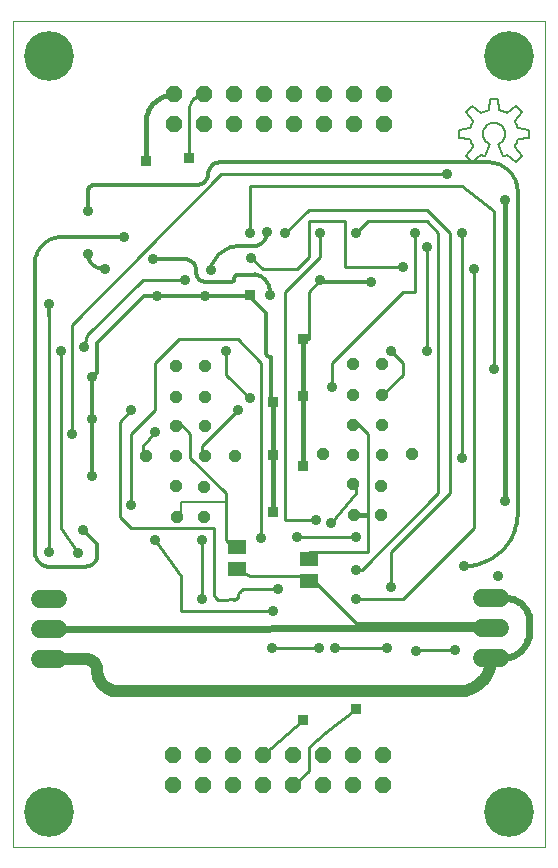
<source format=gtl>
G75*
G70*
%OFA0B0*%
%FSLAX24Y24*%
%IPPOS*%
%LPD*%
%AMOC8*
5,1,8,0,0,1.08239X$1,22.5*
%
%ADD10C,0.0000*%
%ADD11OC8,0.0397*%
%ADD12C,0.0600*%
%ADD13OC8,0.0560*%
%ADD14R,0.0630X0.0512*%
%ADD15C,0.0100*%
%ADD16C,0.0360*%
%ADD17C,0.0356*%
%ADD18C,0.0120*%
%ADD19R,0.0356X0.0356*%
%ADD20C,0.0160*%
%ADD21C,0.0240*%
%ADD22C,0.0400*%
%ADD23C,0.1660*%
%ADD24C,0.0079*%
D10*
X000100Y000100D02*
X000100Y027659D01*
X017817Y027659D01*
X017817Y000100D01*
X000100Y000100D01*
D11*
X005562Y011117D03*
X005512Y012154D03*
X005512Y013142D03*
X005512Y014129D03*
X005512Y015117D03*
X005512Y016154D03*
X006499Y016154D03*
X006499Y015117D03*
X006499Y014129D03*
X006499Y013142D03*
X006449Y012104D03*
X006449Y011117D03*
X007487Y013145D03*
X010430Y013196D03*
X011417Y013193D03*
X011417Y014180D03*
X011417Y015168D03*
X011417Y016205D03*
X012405Y016205D03*
X012405Y015168D03*
X012405Y014180D03*
X012405Y013193D03*
X012355Y012156D03*
X012355Y011168D03*
X011467Y011168D03*
X011417Y012206D03*
X013392Y013196D03*
X004524Y013145D03*
D12*
X001597Y008376D02*
X000997Y008376D01*
X000997Y007376D02*
X001597Y007376D01*
X001597Y006376D02*
X000997Y006376D01*
X015733Y006399D02*
X016333Y006399D01*
X016333Y007399D02*
X015733Y007399D01*
X015733Y008399D02*
X016333Y008399D01*
D13*
X012419Y003179D03*
X012419Y002179D03*
X011419Y002179D03*
X011419Y003179D03*
X010419Y003179D03*
X010419Y002179D03*
X009419Y002179D03*
X009419Y003179D03*
X008419Y003179D03*
X008419Y002179D03*
X007419Y002179D03*
X007419Y003179D03*
X006419Y003179D03*
X006419Y002179D03*
X005419Y002179D03*
X005419Y003179D03*
X005458Y024206D03*
X005458Y025206D03*
X006458Y025206D03*
X006458Y024206D03*
X007458Y024206D03*
X007458Y025206D03*
X008458Y025206D03*
X008458Y024206D03*
X009458Y024206D03*
X009458Y025206D03*
X010458Y025206D03*
X010458Y024206D03*
X011458Y024206D03*
X011458Y025206D03*
X012458Y025206D03*
X012458Y024206D03*
D14*
X007541Y010120D03*
X007541Y009372D03*
X009943Y009726D03*
X009943Y008978D03*
D15*
X009943Y009155D01*
X011517Y007580D01*
X015848Y007580D01*
X016033Y007399D01*
X014824Y006675D02*
X013565Y006675D01*
X013565Y006674D02*
X013555Y006673D01*
X013546Y006669D01*
X013537Y006663D01*
X013531Y006655D01*
X013527Y006645D01*
X013526Y006635D01*
X012541Y006754D02*
X010809Y006754D01*
X010297Y006754D02*
X008722Y006754D01*
X008761Y007974D02*
X005691Y007974D01*
X005691Y009155D01*
X004824Y010336D01*
X004037Y010730D02*
X006793Y010730D01*
X006793Y008683D01*
X006990Y008328D02*
X007108Y008328D01*
X007423Y008368D01*
X007423Y008367D02*
X007439Y008361D01*
X007456Y008358D01*
X007473Y008359D01*
X007490Y008363D01*
X007506Y008370D01*
X007520Y008380D01*
X007532Y008392D01*
X007541Y008407D01*
X007580Y008407D01*
X007581Y008407D02*
X007580Y008441D01*
X007584Y008474D01*
X007591Y008506D01*
X007601Y008537D01*
X007615Y008567D01*
X007633Y008596D01*
X007653Y008622D01*
X007676Y008646D01*
X007702Y008667D01*
X007730Y008685D01*
X007760Y008699D01*
X007791Y008711D01*
X007823Y008718D01*
X007856Y008722D01*
X008919Y008722D01*
X007974Y009155D02*
X007541Y009372D01*
X007580Y009943D02*
X007541Y010120D01*
X007580Y009943D02*
X007187Y010336D01*
X007187Y011596D01*
X007187Y011911D01*
X006006Y013092D01*
X006006Y013880D01*
X005612Y014273D01*
X005512Y014129D01*
X004824Y013958D02*
X004431Y013486D01*
X004431Y013092D01*
X004524Y013145D01*
X004037Y013880D02*
X004824Y014667D01*
X004824Y016242D01*
X005612Y017029D01*
X007580Y017029D01*
X008368Y016242D01*
X008368Y010415D01*
X009155Y011006D02*
X010179Y011006D01*
X010691Y010927D02*
X011517Y011911D01*
X011517Y012305D01*
X011417Y012206D01*
X011517Y010454D02*
X009549Y010454D01*
X009155Y011006D02*
X009155Y018604D01*
X010336Y019785D01*
X010336Y020572D01*
X009943Y020966D02*
X009943Y019785D01*
X009549Y019391D01*
X008407Y019391D01*
X008013Y019746D01*
X007974Y020572D02*
X007974Y022147D01*
X015061Y022147D01*
X016124Y021320D01*
X016124Y016045D01*
X015061Y013092D02*
X015061Y020572D01*
X014667Y020572D02*
X013880Y021360D01*
X009943Y021360D01*
X009155Y020572D01*
X009943Y020966D02*
X011163Y020966D01*
X011163Y019431D01*
X013092Y019431D01*
X013092Y018604D02*
X013486Y018604D01*
X013486Y020572D01*
X013880Y020966D02*
X011911Y020966D01*
X011517Y020572D01*
X010336Y018998D02*
X009943Y018604D01*
X009943Y017029D01*
X009746Y017029D01*
X010730Y016242D02*
X013092Y018604D01*
X013880Y020100D02*
X013880Y016635D01*
X013092Y016242D02*
X013092Y015848D01*
X012305Y015061D01*
X012405Y015168D01*
X011517Y014273D02*
X011911Y013880D01*
X011911Y009943D01*
X009943Y009943D01*
X009943Y009726D01*
X009943Y009155D02*
X007974Y009155D01*
X006793Y008683D02*
X006786Y008651D01*
X006782Y008619D01*
X006782Y008587D01*
X006786Y008555D01*
X006793Y008524D01*
X006804Y008494D01*
X006818Y008465D01*
X006835Y008437D01*
X006855Y008412D01*
X006878Y008390D01*
X006903Y008370D01*
X006931Y008353D01*
X006960Y008339D01*
X006990Y008328D01*
X006399Y008368D02*
X006399Y010336D01*
X006399Y013092D02*
X006499Y013142D01*
X006399Y013092D02*
X006399Y013486D01*
X007580Y014667D01*
X007974Y015061D02*
X007187Y015848D01*
X007187Y016635D01*
X005809Y018998D02*
X004431Y018998D01*
X002541Y017187D01*
X002462Y016793D01*
X002069Y017502D02*
X007029Y022541D01*
X014549Y022541D01*
X013880Y020966D02*
X014273Y020572D01*
X014273Y011911D01*
X011714Y009352D01*
X011517Y009352D01*
X011517Y008368D02*
X013092Y008368D01*
X015454Y010730D01*
X015454Y019391D01*
X014667Y020572D02*
X014667Y011911D01*
X012698Y009943D01*
X012698Y008761D01*
X011517Y004726D02*
X010533Y003939D01*
X009943Y003446D01*
X009943Y002659D01*
X009458Y002175D01*
X009419Y002179D01*
X008419Y003179D02*
X009746Y004332D01*
X004037Y010730D02*
X003643Y011124D01*
X003643Y014273D01*
X004037Y014667D01*
X004037Y013880D02*
X004037Y011517D01*
X002265Y009903D02*
X001675Y010730D01*
X001675Y016635D01*
X002069Y017502D02*
X002069Y013880D01*
X001281Y009943D02*
X001281Y017817D01*
X005966Y023092D02*
X005966Y024714D01*
X005968Y024757D01*
X005973Y024799D01*
X005983Y024841D01*
X005996Y024882D01*
X006012Y024922D01*
X006032Y024960D01*
X006055Y024996D01*
X006081Y025030D01*
X006110Y025062D01*
X006142Y025091D01*
X006176Y025117D01*
X006212Y025140D01*
X006250Y025160D01*
X006290Y025176D01*
X006331Y025189D01*
X006373Y025199D01*
X006415Y025204D01*
X006458Y025206D01*
X010730Y016242D02*
X010730Y015454D01*
X011517Y014273D02*
X011417Y014180D01*
X013092Y016242D02*
X012698Y016635D01*
D16*
X012698Y016635D03*
X013880Y016635D03*
X013092Y019431D03*
X013880Y020100D03*
X013486Y020572D03*
X014549Y022541D03*
X015061Y020572D03*
X015454Y019391D03*
X016124Y016045D03*
X015061Y013092D03*
X016242Y009155D03*
X012698Y008761D03*
X011517Y008368D03*
X011517Y009352D03*
X011517Y010454D03*
X010691Y010927D03*
X009549Y010454D03*
X008368Y010415D03*
X008761Y007974D03*
X008722Y006754D03*
X010297Y006754D03*
X006399Y008368D03*
X006399Y010336D03*
X004824Y010336D03*
X004037Y011517D03*
X004824Y013958D03*
X004037Y014667D03*
X002462Y016793D03*
X001675Y016635D03*
X002069Y013880D03*
X002265Y009903D03*
X001281Y009943D03*
X007187Y016635D03*
X007974Y015061D03*
X007580Y014667D03*
X005809Y018998D03*
X008013Y019746D03*
X007974Y020572D03*
X009155Y020572D03*
X010336Y020572D03*
X011517Y020572D03*
X010336Y018998D03*
X010730Y015454D03*
D17*
X008643Y018525D03*
X008565Y020612D03*
X006675Y019352D03*
X006478Y018486D03*
X004903Y018486D03*
X004746Y019706D03*
X003801Y020454D03*
X003171Y019391D03*
X002580Y019864D03*
X002580Y021320D03*
X001281Y018210D03*
X002738Y015769D03*
X002738Y014391D03*
X002738Y012462D03*
X002423Y010691D03*
X008919Y008722D03*
X010179Y011006D03*
X010809Y006754D03*
X012541Y006754D03*
X013525Y006635D03*
X014824Y006675D03*
X015139Y009470D03*
X016478Y011635D03*
X012029Y018958D03*
X016478Y021675D03*
D18*
X016911Y021950D02*
X016911Y011242D01*
X016909Y011158D01*
X016903Y011074D01*
X016893Y010990D01*
X016879Y010907D01*
X016861Y010824D01*
X016839Y010743D01*
X016814Y010662D01*
X016784Y010583D01*
X016751Y010506D01*
X016714Y010430D01*
X016674Y010356D01*
X016630Y010284D01*
X016582Y010214D01*
X016532Y010147D01*
X016478Y010082D01*
X016421Y010019D01*
X016362Y009960D01*
X016299Y009903D01*
X016234Y009849D01*
X016167Y009799D01*
X016097Y009751D01*
X016025Y009707D01*
X015951Y009667D01*
X015875Y009630D01*
X015798Y009597D01*
X015719Y009567D01*
X015638Y009542D01*
X015557Y009520D01*
X015474Y009502D01*
X015391Y009488D01*
X015307Y009478D01*
X015223Y009472D01*
X015139Y009470D01*
X012029Y018958D02*
X010376Y018958D01*
X010336Y018998D01*
X008526Y016596D02*
X008528Y016574D01*
X008532Y016552D01*
X008540Y016531D01*
X008551Y016511D01*
X008564Y016493D01*
X008580Y016477D01*
X008598Y016464D01*
X008618Y016453D01*
X008639Y016445D01*
X008661Y016441D01*
X008683Y016439D01*
X008683Y015139D01*
X008682Y015139D02*
X008675Y015117D01*
X008671Y015094D01*
X008670Y015070D01*
X008674Y015047D01*
X008681Y015024D01*
X008691Y015003D01*
X008705Y014984D01*
X008721Y014967D01*
X008740Y014953D01*
X008761Y014942D01*
X008525Y016596D02*
X008525Y017895D01*
X007974Y018446D01*
X007974Y018506D01*
X007954Y018486D01*
X006478Y018486D01*
X004903Y018486D01*
X004470Y018486D01*
X002895Y016911D01*
X002895Y015927D01*
X002738Y015769D01*
X002738Y014391D01*
X002738Y012462D01*
X002423Y010691D02*
X002895Y010218D01*
X002895Y009824D01*
X002893Y009787D01*
X002887Y009750D01*
X002878Y009715D01*
X002864Y009680D01*
X002848Y009647D01*
X002827Y009616D01*
X002804Y009587D01*
X002778Y009561D01*
X002749Y009538D01*
X002718Y009517D01*
X002685Y009501D01*
X002650Y009487D01*
X002615Y009478D01*
X002578Y009472D01*
X002541Y009470D01*
X002540Y009460D01*
X002536Y009451D01*
X002530Y009442D01*
X002522Y009436D01*
X002512Y009432D01*
X002502Y009431D01*
X001360Y009431D01*
X001314Y009433D01*
X001269Y009439D01*
X001225Y009448D01*
X001181Y009461D01*
X001139Y009477D01*
X001098Y009497D01*
X001059Y009521D01*
X001022Y009547D01*
X000987Y009577D01*
X000955Y009609D01*
X000925Y009644D01*
X000899Y009681D01*
X000875Y009720D01*
X000855Y009761D01*
X000839Y009803D01*
X000826Y009847D01*
X000817Y009891D01*
X000811Y009936D01*
X000809Y009982D01*
X000809Y019509D01*
X000811Y019568D01*
X000816Y019627D01*
X000826Y019686D01*
X000839Y019744D01*
X000855Y019801D01*
X000875Y019857D01*
X000899Y019911D01*
X000926Y019964D01*
X000956Y020015D01*
X000989Y020064D01*
X001026Y020111D01*
X001065Y020156D01*
X001107Y020198D01*
X001152Y020237D01*
X001199Y020274D01*
X001248Y020307D01*
X001299Y020337D01*
X001352Y020364D01*
X001406Y020388D01*
X001462Y020408D01*
X001519Y020424D01*
X001577Y020437D01*
X001636Y020447D01*
X001695Y020452D01*
X001754Y020454D01*
X003801Y020454D01*
X003171Y019391D02*
X003127Y019388D01*
X003083Y019389D01*
X003039Y019393D01*
X002995Y019401D01*
X002953Y019412D01*
X002911Y019427D01*
X002871Y019446D01*
X002832Y019467D01*
X002795Y019492D01*
X002761Y019519D01*
X002729Y019550D01*
X002699Y019583D01*
X002672Y019618D01*
X002649Y019655D01*
X002628Y019694D01*
X002611Y019735D01*
X002597Y019777D01*
X002587Y019820D01*
X002580Y019864D01*
X002580Y021320D02*
X002580Y021950D01*
X002581Y021950D02*
X002583Y021978D01*
X002588Y022006D01*
X002596Y022034D01*
X002608Y022060D01*
X002623Y022084D01*
X002640Y022106D01*
X002661Y022127D01*
X002683Y022144D01*
X002707Y022159D01*
X002733Y022171D01*
X002761Y022179D01*
X002789Y022184D01*
X002817Y022186D01*
X002817Y022187D02*
X006242Y022187D01*
X006279Y022189D01*
X006316Y022195D01*
X006351Y022204D01*
X006386Y022218D01*
X006419Y022234D01*
X006450Y022255D01*
X006479Y022278D01*
X006505Y022304D01*
X006528Y022333D01*
X006549Y022364D01*
X006565Y022397D01*
X006579Y022432D01*
X006588Y022467D01*
X006594Y022504D01*
X006596Y022541D01*
X006598Y022580D01*
X006604Y022618D01*
X006613Y022655D01*
X006626Y022692D01*
X006643Y022727D01*
X006662Y022760D01*
X006685Y022791D01*
X006711Y022820D01*
X006740Y022846D01*
X006771Y022869D01*
X006804Y022888D01*
X006839Y022905D01*
X006876Y022918D01*
X006913Y022927D01*
X006951Y022933D01*
X006990Y022935D01*
X015927Y022935D01*
X015927Y022934D02*
X015989Y022932D01*
X016050Y022926D01*
X016111Y022917D01*
X016172Y022903D01*
X016231Y022886D01*
X016289Y022865D01*
X016346Y022840D01*
X016401Y022812D01*
X016454Y022781D01*
X016505Y022746D01*
X016554Y022708D01*
X016601Y022667D01*
X016644Y022624D01*
X016685Y022577D01*
X016723Y022528D01*
X016758Y022477D01*
X016789Y022424D01*
X016817Y022369D01*
X016842Y022312D01*
X016863Y022254D01*
X016880Y022195D01*
X016894Y022134D01*
X016903Y022073D01*
X016909Y022012D01*
X016911Y021950D01*
X008171Y019194D02*
X007620Y019194D01*
X007581Y020140D02*
X007519Y020135D01*
X007458Y020126D01*
X007398Y020113D01*
X007339Y020096D01*
X007281Y020076D01*
X007224Y020052D01*
X007169Y020024D01*
X007116Y019993D01*
X007064Y019959D01*
X007015Y019922D01*
X006969Y019881D01*
X006925Y019838D01*
X006884Y019792D01*
X006846Y019744D01*
X006811Y019693D01*
X006780Y019640D01*
X006751Y019585D01*
X006727Y019529D01*
X006706Y019471D01*
X006688Y019412D01*
X006675Y019352D01*
X006478Y018958D02*
X006447Y018960D01*
X006417Y018965D01*
X006387Y018973D01*
X006358Y018985D01*
X006331Y019000D01*
X006306Y019018D01*
X006283Y019039D01*
X006262Y019062D01*
X006244Y019087D01*
X006229Y019114D01*
X006217Y019143D01*
X006209Y019173D01*
X006204Y019203D01*
X006202Y019234D01*
X006202Y019313D01*
X006478Y018958D02*
X007383Y018958D01*
X007398Y018960D01*
X007413Y018964D01*
X007427Y018971D01*
X007439Y018981D01*
X007449Y018993D01*
X007456Y019007D01*
X007460Y019022D01*
X007462Y019037D01*
X007463Y019037D02*
X007465Y019059D01*
X007469Y019081D01*
X007477Y019102D01*
X007488Y019122D01*
X007501Y019140D01*
X007517Y019156D01*
X007535Y019169D01*
X007555Y019180D01*
X007576Y019188D01*
X007598Y019192D01*
X007620Y019194D01*
X008170Y019195D02*
X008215Y019185D01*
X008258Y019172D01*
X008301Y019156D01*
X008342Y019136D01*
X008381Y019114D01*
X008419Y019088D01*
X008454Y019059D01*
X008487Y019028D01*
X008517Y018994D01*
X008545Y018958D01*
X008570Y018920D01*
X008591Y018880D01*
X008610Y018838D01*
X008625Y018795D01*
X008637Y018751D01*
X008645Y018707D01*
X008650Y018662D01*
X008651Y018616D01*
X008649Y018571D01*
X008643Y018526D01*
X008092Y020139D02*
X007580Y020139D01*
X008092Y020140D02*
X008133Y020142D01*
X008174Y020147D01*
X008214Y020156D01*
X008253Y020168D01*
X008291Y020184D01*
X008328Y020203D01*
X008363Y020225D01*
X008395Y020250D01*
X008426Y020278D01*
X008454Y020309D01*
X008479Y020341D01*
X008501Y020376D01*
X008520Y020413D01*
X008536Y020451D01*
X008548Y020490D01*
X008557Y020530D01*
X008562Y020571D01*
X008564Y020612D01*
X005809Y019706D02*
X004746Y019706D01*
X005809Y019707D02*
X005848Y019705D01*
X005886Y019699D01*
X005923Y019690D01*
X005960Y019677D01*
X005995Y019660D01*
X006028Y019641D01*
X006059Y019618D01*
X006088Y019592D01*
X006114Y019563D01*
X006137Y019532D01*
X006156Y019499D01*
X006173Y019464D01*
X006186Y019427D01*
X006195Y019390D01*
X006201Y019352D01*
X006203Y019313D01*
X001281Y018210D02*
X001281Y017817D01*
D19*
X004509Y022974D03*
X005966Y023092D03*
X007974Y018506D03*
X009746Y017029D03*
X009746Y015159D03*
X008761Y014943D03*
X008761Y013171D03*
X009746Y012797D03*
X008761Y011281D03*
X011517Y004726D03*
X009746Y004332D03*
D20*
X008761Y011281D02*
X008761Y013171D01*
X008761Y014943D01*
X009746Y015159D02*
X009746Y017029D01*
X009746Y015159D02*
X009746Y012797D01*
X011517Y011163D02*
X011872Y011163D01*
X016478Y011635D02*
X016478Y021675D01*
X005458Y025206D02*
X005398Y025204D01*
X005339Y025199D01*
X005280Y025189D01*
X005222Y025176D01*
X005165Y025160D01*
X005109Y025139D01*
X005054Y025116D01*
X005001Y025089D01*
X004950Y025058D01*
X004900Y025025D01*
X004853Y024988D01*
X004808Y024949D01*
X004766Y024907D01*
X004727Y024862D01*
X004690Y024815D01*
X004657Y024765D01*
X004626Y024714D01*
X004599Y024661D01*
X004576Y024606D01*
X004555Y024550D01*
X004539Y024493D01*
X004526Y024435D01*
X004516Y024376D01*
X004511Y024317D01*
X004509Y024257D01*
X004509Y022974D01*
D21*
X001297Y007376D02*
X015970Y007415D01*
X015977Y007406D01*
X015987Y007399D01*
X015998Y007394D01*
X016010Y007393D01*
X016022Y007395D01*
X016033Y007400D01*
X016360Y006399D02*
X016419Y006401D01*
X016478Y006406D01*
X016537Y006416D01*
X016595Y006429D01*
X016652Y006445D01*
X016708Y006465D01*
X016762Y006489D01*
X016815Y006516D01*
X016866Y006546D01*
X016915Y006579D01*
X016962Y006616D01*
X017007Y006655D01*
X017049Y006697D01*
X017088Y006742D01*
X017125Y006789D01*
X017158Y006838D01*
X017188Y006889D01*
X017215Y006942D01*
X017239Y006996D01*
X017259Y007052D01*
X017275Y007109D01*
X017288Y007167D01*
X017298Y007226D01*
X017303Y007285D01*
X017305Y007344D01*
X017305Y007620D01*
X017304Y007620D02*
X017302Y007674D01*
X017297Y007727D01*
X017288Y007780D01*
X017275Y007832D01*
X017259Y007884D01*
X017239Y007934D01*
X017216Y007982D01*
X017189Y008029D01*
X017160Y008074D01*
X017127Y008117D01*
X017092Y008157D01*
X017054Y008195D01*
X017014Y008230D01*
X016971Y008263D01*
X016926Y008292D01*
X016879Y008319D01*
X016831Y008342D01*
X016781Y008362D01*
X016729Y008378D01*
X016677Y008391D01*
X016624Y008400D01*
X016571Y008405D01*
X016517Y008407D01*
X016041Y008407D01*
X016037Y008406D01*
X016034Y008403D01*
X016033Y008399D01*
X016033Y006399D02*
X016360Y006399D01*
D22*
X016033Y006399D02*
X016031Y006335D01*
X016026Y006271D01*
X016016Y006208D01*
X016003Y006145D01*
X015987Y006083D01*
X015967Y006022D01*
X015943Y005963D01*
X015916Y005904D01*
X015885Y005848D01*
X015852Y005793D01*
X015815Y005741D01*
X015775Y005691D01*
X015733Y005643D01*
X015687Y005597D01*
X015639Y005555D01*
X015589Y005515D01*
X015537Y005478D01*
X015482Y005445D01*
X015426Y005414D01*
X015367Y005387D01*
X015308Y005363D01*
X015247Y005343D01*
X015185Y005327D01*
X015122Y005314D01*
X015059Y005304D01*
X014995Y005299D01*
X014931Y005297D01*
X003604Y005297D01*
X003553Y005299D01*
X003503Y005304D01*
X003453Y005313D01*
X003404Y005326D01*
X003356Y005342D01*
X003309Y005361D01*
X003264Y005384D01*
X003221Y005410D01*
X003179Y005438D01*
X003140Y005470D01*
X003103Y005505D01*
X003068Y005542D01*
X003036Y005581D01*
X003008Y005623D01*
X002982Y005666D01*
X002959Y005711D01*
X002940Y005758D01*
X002924Y005806D01*
X002911Y005855D01*
X002902Y005905D01*
X002897Y005955D01*
X002895Y006006D01*
X002893Y006042D01*
X002888Y006078D01*
X002879Y006113D01*
X002867Y006148D01*
X002851Y006180D01*
X002833Y006212D01*
X002811Y006241D01*
X002787Y006268D01*
X002760Y006292D01*
X002731Y006314D01*
X002699Y006332D01*
X002667Y006348D01*
X002632Y006360D01*
X002597Y006369D01*
X002561Y006374D01*
X002525Y006376D01*
X001297Y006376D01*
D23*
X001281Y001281D03*
X016635Y001281D03*
X016635Y026478D03*
X001281Y026478D03*
D24*
X005691Y011596D02*
X007187Y011596D01*
X005691Y011596D02*
X005691Y011124D01*
X014951Y023736D02*
X015332Y023697D01*
X015435Y023449D02*
X015193Y023152D01*
X015396Y022949D01*
X015693Y023191D01*
X015813Y023129D02*
X015982Y023539D01*
X016265Y023539D02*
X016434Y023129D01*
X016554Y023191D02*
X016851Y022949D01*
X017054Y023152D01*
X016812Y023449D01*
X016915Y023697D02*
X017296Y023736D01*
X017296Y024023D01*
X016915Y024062D01*
X016812Y024310D02*
X017054Y024607D01*
X016851Y024810D01*
X016554Y024568D01*
X016306Y024671D02*
X016268Y025052D01*
X015980Y025052D01*
X015941Y024671D01*
X015693Y024568D02*
X015396Y024810D01*
X015193Y024607D01*
X015435Y024310D01*
X015332Y024062D02*
X014951Y024023D01*
X014951Y023736D01*
X015694Y023191D02*
X015732Y023169D01*
X015772Y023148D01*
X015813Y023130D01*
X015435Y023450D02*
X015408Y023496D01*
X015385Y023545D01*
X015364Y023594D01*
X015347Y023645D01*
X015333Y023697D01*
X015694Y024569D02*
X015740Y024596D01*
X015789Y024619D01*
X015838Y024640D01*
X015889Y024657D01*
X015941Y024671D01*
X015435Y024310D02*
X015408Y024264D01*
X015385Y024215D01*
X015364Y024166D01*
X015347Y024115D01*
X015333Y024063D01*
X015755Y023880D02*
X015757Y023844D01*
X015762Y023808D01*
X015771Y023773D01*
X015783Y023739D01*
X015799Y023706D01*
X015817Y023675D01*
X015839Y023646D01*
X015863Y023619D01*
X015890Y023595D01*
X015919Y023573D01*
X015950Y023555D01*
X015983Y023539D01*
X016813Y023450D02*
X016840Y023496D01*
X016863Y023545D01*
X016884Y023594D01*
X016901Y023645D01*
X016915Y023697D01*
X016554Y023191D02*
X016516Y023169D01*
X016476Y023148D01*
X016435Y023130D01*
X016554Y024569D02*
X016508Y024596D01*
X016459Y024619D01*
X016410Y024640D01*
X016359Y024657D01*
X016307Y024671D01*
X016813Y024310D02*
X016840Y024264D01*
X016863Y024215D01*
X016884Y024166D01*
X016901Y024115D01*
X016915Y024063D01*
X016265Y023539D02*
X016299Y023555D01*
X016332Y023575D01*
X016362Y023598D01*
X016390Y023624D01*
X016415Y023653D01*
X016436Y023684D01*
X016455Y023717D01*
X016470Y023752D01*
X016481Y023788D01*
X016489Y023825D01*
X016493Y023863D01*
X016492Y023901D01*
X016488Y023938D01*
X016480Y023976D01*
X016469Y024012D01*
X016453Y024046D01*
X016435Y024079D01*
X016412Y024110D01*
X016387Y024138D01*
X016359Y024164D01*
X016329Y024187D01*
X016296Y024206D01*
X016262Y024222D01*
X016226Y024235D01*
X016189Y024243D01*
X016152Y024248D01*
X016114Y024249D01*
X016076Y024246D01*
X016039Y024239D01*
X016002Y024228D01*
X015967Y024214D01*
X015934Y024196D01*
X015902Y024175D01*
X015873Y024150D01*
X015847Y024123D01*
X015823Y024094D01*
X015803Y024062D01*
X015786Y024028D01*
X015772Y023992D01*
X015763Y023955D01*
X015757Y023918D01*
X015755Y023880D01*
M02*

</source>
